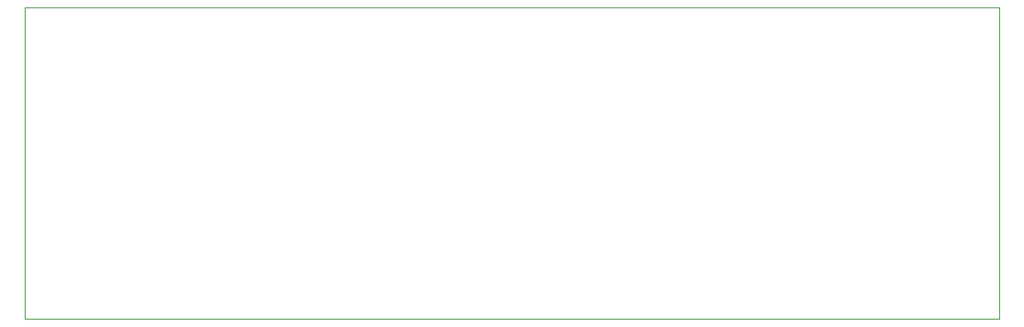
<source format=gbr>
%TF.GenerationSoftware,KiCad,Pcbnew,9.0.0*%
%TF.CreationDate,2025-11-28T03:58:01-07:00*%
%TF.ProjectId,signal-board,7369676e-616c-42d6-926f-6172642e6b69,rev?*%
%TF.SameCoordinates,Original*%
%TF.FileFunction,Profile,NP*%
%FSLAX46Y46*%
G04 Gerber Fmt 4.6, Leading zero omitted, Abs format (unit mm)*
G04 Created by KiCad (PCBNEW 9.0.0) date 2025-11-28 03:58:01*
%MOMM*%
%LPD*%
G01*
G04 APERTURE LIST*
%TA.AperFunction,Profile*%
%ADD10C,0.050000*%
%TD*%
G04 APERTURE END LIST*
D10*
X98300000Y-69090000D02*
X198300000Y-69090000D01*
X198300000Y-101090000D01*
X98300000Y-101090000D01*
X98300000Y-69090000D01*
M02*

</source>
